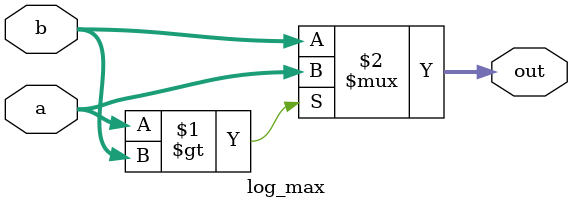
<source format=v>
module log_max(input [3:0]a,b,output [3:0]out);

	assign out = (a>b)?a:b;

endmodule

</source>
